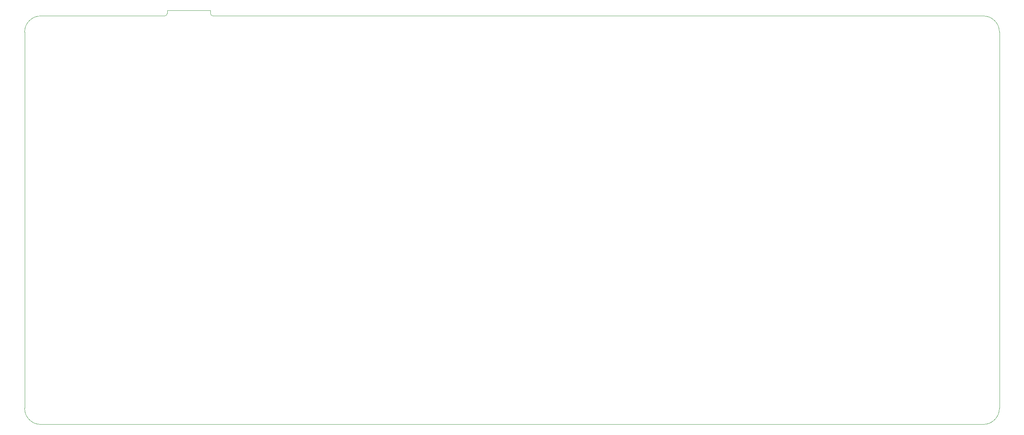
<source format=gbr>
G04 #@! TF.GenerationSoftware,KiCad,Pcbnew,5.1.2*
G04 #@! TF.CreationDate,2019-05-02T16:23:56+02:00*
G04 #@! TF.ProjectId,pcb,7063622e-6b69-4636-9164-5f7063625858,rev?*
G04 #@! TF.SameCoordinates,Original*
G04 #@! TF.FileFunction,Profile,NP*
%FSLAX46Y46*%
G04 Gerber Fmt 4.6, Leading zero omitted, Abs format (unit mm)*
G04 Created by KiCad (PCBNEW 5.1.2) date 2019-05-02 16:23:56*
%MOMM*%
%LPD*%
G04 APERTURE LIST*
%ADD10C,0.100000*%
G04 APERTURE END LIST*
D10*
X257810000Y-33020000D02*
X257810000Y-121920000D01*
X61595000Y-27940000D02*
X61595000Y-28575000D01*
X71755000Y-27940000D02*
X61595000Y-27940000D01*
X71755000Y-28575000D02*
X71755000Y-27940000D01*
X61595000Y-28575000D02*
G75*
G02X60960000Y-29210000I-635000J0D01*
G01*
X72390000Y-29210000D02*
G75*
G02X71755000Y-28575000I0J635000D01*
G01*
X60960000Y-29210000D02*
X31750000Y-29210000D01*
X254000000Y-125730000D02*
X31750000Y-125730000D01*
X72390000Y-29210000D02*
X254000000Y-29210000D01*
X27940000Y-33020000D02*
X27940000Y-121920000D01*
X257810000Y-121920000D02*
G75*
G02X254000000Y-125730000I-3810000J0D01*
G01*
X31750000Y-125730000D02*
G75*
G02X27940000Y-121920000I0J3810000D01*
G01*
X254000000Y-29210000D02*
G75*
G02X257810000Y-33020000I0J-3810000D01*
G01*
X27940000Y-33020000D02*
G75*
G02X31750000Y-29210000I3810000J0D01*
G01*
M02*

</source>
